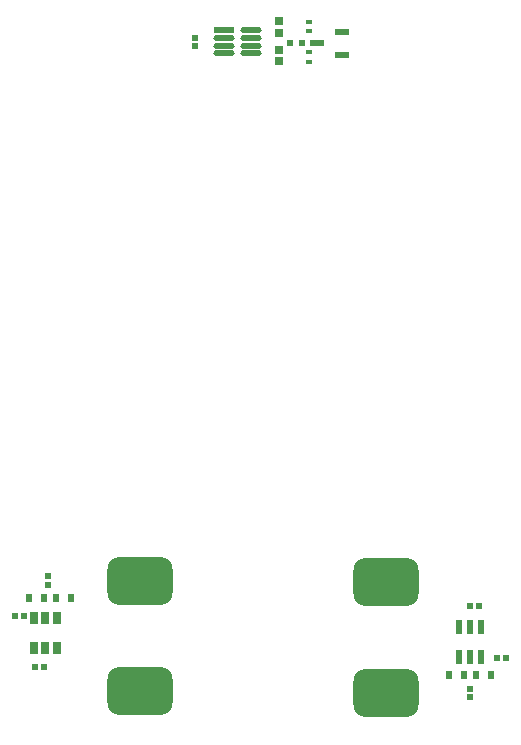
<source format=gtp>
G04*
G04 #@! TF.GenerationSoftware,Altium Limited,Altium Designer,25.8.1 (18)*
G04*
G04 Layer_Color=8421504*
%FSLAX44Y44*%
%MOMM*%
G71*
G04*
G04 #@! TF.SameCoordinates,00868D23-33A2-40B0-AD17-1BC6AB771355*
G04*
G04*
G04 #@! TF.FilePolarity,Positive*
G04*
G01*
G75*
G04:AMPARAMS|DCode=14|XSize=1.8052mm|YSize=0.4949mm|CornerRadius=0.2475mm|HoleSize=0mm|Usage=FLASHONLY|Rotation=0.000|XOffset=0mm|YOffset=0mm|HoleType=Round|Shape=RoundedRectangle|*
%AMROUNDEDRECTD14*
21,1,1.8052,0.0000,0,0,0.0*
21,1,1.3103,0.4949,0,0,0.0*
1,1,0.4949,0.6552,0.0000*
1,1,0.4949,-0.6552,0.0000*
1,1,0.4949,-0.6552,0.0000*
1,1,0.4949,0.6552,0.0000*
%
%ADD14ROUNDEDRECTD14*%
%ADD15R,0.4725X0.5153*%
%ADD16R,0.5153X0.4725*%
%ADD17R,0.6000X0.8000*%
G04:AMPARAMS|DCode=18|XSize=1.1mm|YSize=0.6mm|CornerRadius=0.051mm|HoleSize=0mm|Usage=FLASHONLY|Rotation=90.000|XOffset=0mm|YOffset=0mm|HoleType=Round|Shape=RoundedRectangle|*
%AMROUNDEDRECTD18*
21,1,1.1000,0.4980,0,0,90.0*
21,1,0.9980,0.6000,0,0,90.0*
1,1,0.1020,0.2490,0.4990*
1,1,0.1020,0.2490,-0.4990*
1,1,0.1020,-0.2490,-0.4990*
1,1,0.1020,-0.2490,0.4990*
%
%ADD18ROUNDEDRECTD18*%
G04:AMPARAMS|DCode=19|XSize=1.21mm|YSize=0.58mm|CornerRadius=0.0725mm|HoleSize=0mm|Usage=FLASHONLY|Rotation=270.000|XOffset=0mm|YOffset=0mm|HoleType=Round|Shape=RoundedRectangle|*
%AMROUNDEDRECTD19*
21,1,1.2100,0.4350,0,0,270.0*
21,1,1.0650,0.5800,0,0,270.0*
1,1,0.1450,-0.2175,-0.5325*
1,1,0.1450,-0.2175,0.5325*
1,1,0.1450,0.2175,0.5325*
1,1,0.1450,0.2175,-0.5325*
%
%ADD19ROUNDEDRECTD19*%
%ADD20R,1.2400X0.5900*%
%ADD21R,0.5250X0.4200*%
%ADD22R,0.5000X0.5000*%
%ADD23R,0.6725X0.6682*%
%ADD24R,1.8052X0.4949*%
G04:AMPARAMS|DCode=25|XSize=4.04mm|YSize=5.51mm|CornerRadius=1.01mm|HoleSize=0mm|Usage=FLASHONLY|Rotation=270.000|XOffset=0mm|YOffset=0mm|HoleType=Round|Shape=RoundedRectangle|*
%AMROUNDEDRECTD25*
21,1,4.0400,3.4900,0,0,270.0*
21,1,2.0200,5.5100,0,0,270.0*
1,1,2.0200,-1.7450,-1.0100*
1,1,2.0200,-1.7450,1.0100*
1,1,2.0200,1.7450,1.0100*
1,1,2.0200,1.7450,-1.0100*
%
%ADD25ROUNDEDRECTD25*%
D14*
X1520115Y941630D02*
D03*
Y948130D02*
D03*
Y935130D02*
D03*
X1543125D02*
D03*
Y941630D02*
D03*
Y948130D02*
D03*
Y954630D02*
D03*
D15*
X1496060Y941094D02*
D03*
X1728470Y389914D02*
D03*
X1496060Y948666D02*
D03*
X1371600Y492736D02*
D03*
X1728470Y397486D02*
D03*
X1371600Y485164D02*
D03*
D16*
X1751504Y422910D02*
D03*
X1351256Y458470D02*
D03*
X1759076Y422910D02*
D03*
X1728644Y467360D02*
D03*
X1343684Y458470D02*
D03*
X1367766Y415290D02*
D03*
X1736216Y467360D02*
D03*
X1360194Y415290D02*
D03*
D17*
X1746550Y408940D02*
D03*
X1354940Y473710D02*
D03*
X1710690Y408940D02*
D03*
X1390800Y473710D02*
D03*
X1733550Y408940D02*
D03*
X1367940Y473710D02*
D03*
X1723690Y408940D02*
D03*
X1377800Y473710D02*
D03*
D18*
X1359560Y457500D02*
D03*
X1369060Y431500D02*
D03*
X1378560D02*
D03*
Y457500D02*
D03*
X1369060D02*
D03*
X1359560Y431500D02*
D03*
D19*
X1737970Y424330D02*
D03*
X1728470Y449430D02*
D03*
X1718970D02*
D03*
Y424330D02*
D03*
X1728470D02*
D03*
X1737970Y449430D02*
D03*
D20*
X1598930Y943610D02*
D03*
X1620030Y953110D02*
D03*
Y934110D02*
D03*
D21*
X1592580Y953770D02*
D03*
Y936155D02*
D03*
Y928205D02*
D03*
Y961720D02*
D03*
D22*
X1586150Y943610D02*
D03*
X1576150D02*
D03*
D23*
X1567180Y928428D02*
D03*
Y938472D02*
D03*
Y962601D02*
D03*
Y952559D02*
D03*
D24*
X1520115Y954630D02*
D03*
D25*
X1657350Y487340D02*
D03*
Y394040D02*
D03*
X1449070Y488610D02*
D03*
Y395310D02*
D03*
M02*

</source>
